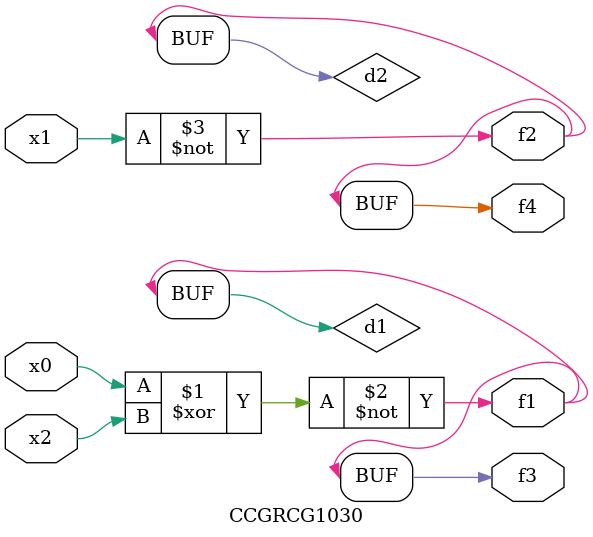
<source format=v>
module CCGRCG1030(
	input x0, x1, x2,
	output f1, f2, f3, f4
);

	wire d1, d2, d3;

	xnor (d1, x0, x2);
	nand (d2, x1);
	nor (d3, x1, x2);
	assign f1 = d1;
	assign f2 = d2;
	assign f3 = d1;
	assign f4 = d2;
endmodule

</source>
